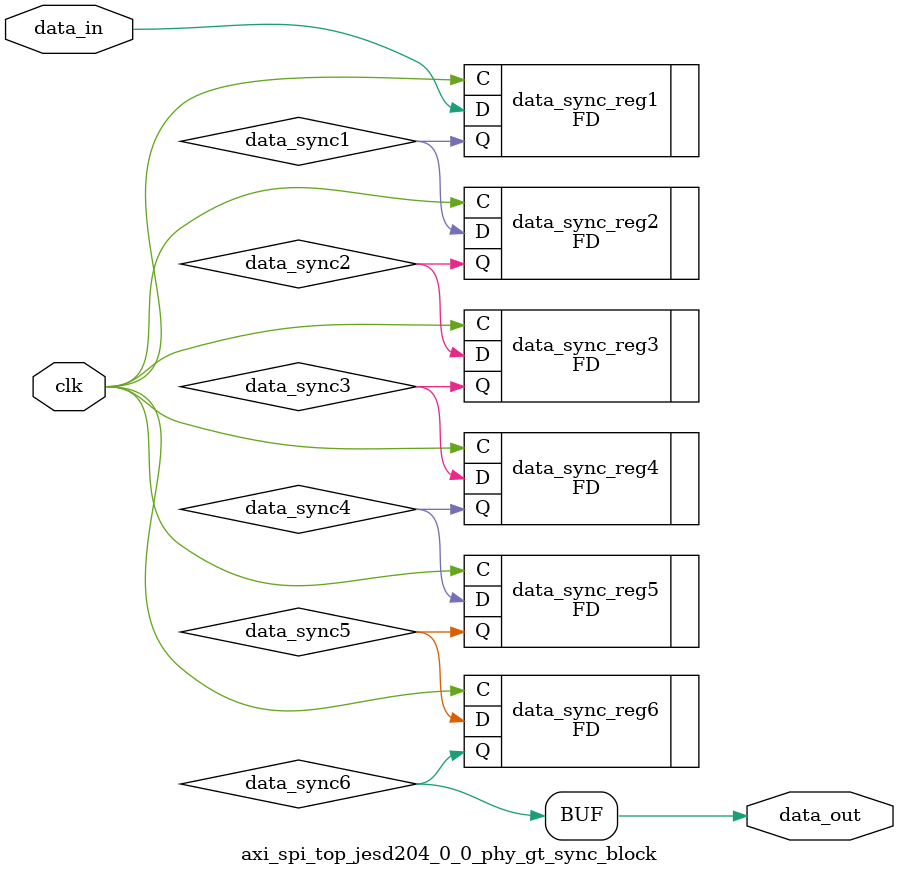
<source format=v>




`timescale 1ps / 1ps

//(* dont_touch = "yes" *)
module axi_spi_top_jesd204_0_0_phy_gt_sync_block #(
  parameter INITIALISE = 6'b000000
)
(
  input        clk,              // clock to be sync'ed to
  input        data_in,          // Data to be 'synced'
  output       data_out          // synced data
);

  // Internal Signals
  wire data_sync1;
  wire data_sync2;
  wire data_sync3;
  wire data_sync4;
  wire data_sync5;
  wire data_sync6;


  (* shreg_extract = "no", ASYNC_REG = "TRUE" *)
  FD #(
    .INIT (INITIALISE[0])
  ) data_sync_reg1 (
    .C  (clk),
    .D  (data_in),
    .Q  (data_sync1)
  );


  (* shreg_extract = "no", ASYNC_REG = "TRUE" *)
  FD #(
   .INIT (INITIALISE[1])
  ) data_sync_reg2 (
  .C  (clk),
  .D  (data_sync1),
  .Q  (data_sync2)
  );


  (* shreg_extract = "no", ASYNC_REG = "TRUE" *)
  FD #(
   .INIT (INITIALISE[2])
  ) data_sync_reg3 (
  .C  (clk),
  .D  (data_sync2),
  .Q  (data_sync3)
  );

  (* shreg_extract = "no", ASYNC_REG = "TRUE" *)
  FD #(
   .INIT (INITIALISE[3])
  ) data_sync_reg4 (
  .C  (clk),
  .D  (data_sync3),
  .Q  (data_sync4)
  );

  (* shreg_extract = "no", ASYNC_REG = "TRUE" *)
  FD #(
   .INIT (INITIALISE[4])
  ) data_sync_reg5 (
  .C  (clk),
  .D  (data_sync4),
  .Q  (data_sync5)
  );

  (* shreg_extract = "no", ASYNC_REG = "TRUE" *)
  FD #(
   .INIT (INITIALISE[5])
  ) data_sync_reg6 (
  .C  (clk),
  .D  (data_sync5),
  .Q  (data_sync6)
  );
  assign data_out = data_sync6;



endmodule

</source>
